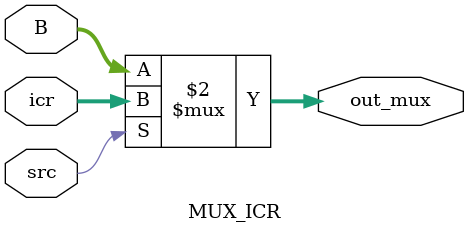
<source format=v>
`timescale 1ns / 1ps


module MUX_ICR( 
        input[15:0] B, icr,input src, output [15:0] out_mux
    );
    assign out_mux = (src == 0) ? B : icr;
endmodule

</source>
